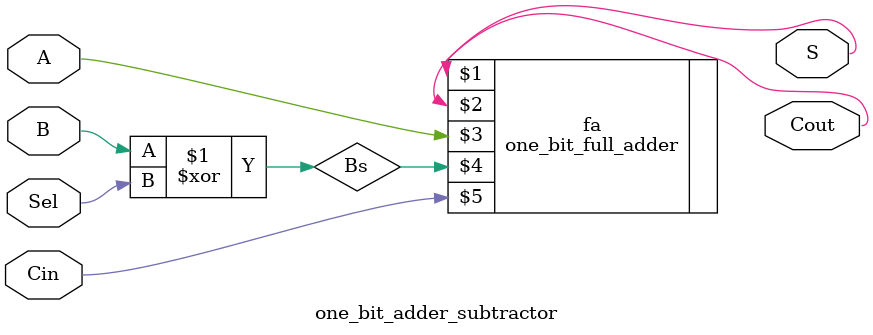
<source format=v>
`timescale 1ns / 1ns
module one_bit_adder_subtractor(S,Cout,A,B,Sel,Cin);
	output S,Cout;
	input A, B, Sel, Cin;
	
	wire Bs;
	assign #10 Bs = B^Sel;
	
	one_bit_full_adder fa(S,Cout,A,Bs,Cin);
	
endmodule
</source>
